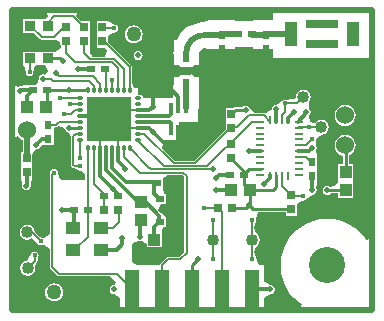
<source format=gtl>
%FSLAX25Y25*%
%MOIN*%
G70*
G01*
G75*
G04 Layer_Physical_Order=1*
G04 Layer_Color=2232046*
%ADD10C,0.02000*%
%ADD11R,0.05118X0.04134*%
%ADD12R,0.02756X0.03150*%
%ADD13R,0.01000X0.01000*%
%ADD14R,0.01575X0.03347*%
%ADD15R,0.03937X0.04331*%
%ADD16C,0.05000*%
%ADD17R,0.03543X0.03543*%
%ADD18R,0.03937X0.03937*%
%ADD19R,0.11024X0.02756*%
%ADD20R,0.03937X0.07874*%
%ADD21R,0.03150X0.02362*%
%ADD22R,0.02362X0.03150*%
%ADD23R,0.01000X0.01000*%
%ADD24R,0.03150X0.02756*%
%ADD25R,0.01969X0.01969*%
%ADD26R,0.01969X0.03937*%
%ADD27R,0.02658X0.00984*%
%ADD28R,0.00984X0.02658*%
%ADD29R,0.05000X0.12500*%
%ADD30O,0.01181X0.02559*%
%ADD31O,0.02559X0.01181*%
%ADD32R,0.14961X0.14961*%
%ADD33C,0.04000*%
%ADD34C,0.01200*%
%ADD35C,0.00500*%
%ADD36C,0.01000*%
%ADD37C,0.00800*%
%ADD38R,0.04500X0.04000*%
%ADD39R,0.05000X0.04000*%
%ADD40R,0.03000X0.05000*%
%ADD41R,0.06000X0.03000*%
%ADD42R,0.09000X0.04000*%
%ADD43R,0.04000X0.01000*%
%ADD44R,0.01000X0.04000*%
%ADD45R,0.03543X0.02598*%
%ADD46C,0.12000*%
%ADD47C,0.06000*%
%ADD48C,0.01600*%
%ADD49C,0.02000*%
%ADD50C,0.02598*%
G36*
X56130Y81179D02*
X56228D01*
Y78620D01*
X56130D01*
X55441Y77931D01*
Y81868D01*
X56130Y81179D01*
D02*
G37*
G36*
X60559Y77931D02*
X59870Y78620D01*
X59772D01*
Y81179D01*
X59870D01*
X60559Y81868D01*
Y77931D01*
D02*
G37*
G36*
X56243Y45035D02*
X56783Y45035D01*
X57283Y44535D01*
X57435Y44383D01*
Y44175D01*
Y19725D01*
Y19517D01*
X57288Y19369D01*
X55831Y17912D01*
X55683Y17765D01*
X55467D01*
X52414D01*
X52000D01*
X52000D01*
X52000Y17765D01*
X52000D01*
X51846Y17734D01*
X51707Y17706D01*
D01*
X51707Y17706D01*
X51590Y17628D01*
X51459Y17541D01*
X51459Y17541D01*
X51021Y17102D01*
X49459Y15541D01*
X49294Y15293D01*
Y15293D01*
X49235Y15000D01*
X49081Y15000D01*
X41586D01*
X40000Y16000D01*
Y22144D01*
X40161Y22289D01*
X41897Y23079D01*
X42000Y23070D01*
X42500Y22971D01*
X42882Y23047D01*
X43296Y22964D01*
X44882Y22039D01*
Y21032D01*
X49819D01*
Y25969D01*
X49819Y25969D01*
X50180Y27819D01*
X51213D01*
Y29181D01*
X51213Y31181D01*
Y31181D01*
X51213D01*
X51213Y31181D01*
X49709Y32377D01*
X49708Y32378D01*
X48767Y33319D01*
X49596Y35319D01*
X51213D01*
Y38681D01*
X50955D01*
X50703Y39022D01*
X50213Y40819D01*
X50213D01*
Y44181D01*
X51859Y45035D01*
X56243D01*
D02*
G37*
G36*
X15203Y61321D02*
X16772Y60999D01*
X17235Y60822D01*
X17854Y60065D01*
X17854Y60065D01*
X17933Y59946D01*
X18019Y59819D01*
X18434Y59541D01*
X19259Y58796D01*
X19635Y57438D01*
Y57204D01*
X19635Y48753D01*
Y48545D01*
D01*
X19635Y48400D01*
Y48400D01*
X19635Y48400D01*
Y48400D01*
X19660Y48274D01*
X19667Y48239D01*
X19672Y48215D01*
X19672Y48215D01*
X19686Y48143D01*
X19691Y48122D01*
X19693Y48107D01*
X19693D01*
X19693Y48107D01*
X19820Y47918D01*
X19859Y47859D01*
X19859Y47859D01*
X20113Y47605D01*
X20182Y47536D01*
X20259Y47459D01*
X20259Y47459D01*
Y47459D01*
X20259Y47459D01*
X20259Y47459D01*
X20361Y47391D01*
X20365Y47389D01*
X20365Y47388D01*
X20484Y47309D01*
X20504Y47296D01*
X20504Y47296D01*
X20507Y47294D01*
X20507Y47293D01*
X21213Y47049D01*
X21982Y46783D01*
D01*
X21982Y46782D01*
X21993Y46775D01*
X21993Y46775D01*
D01*
X21994Y46775D01*
X22002Y46774D01*
X23664Y46015D01*
X24017Y45815D01*
X24348Y45500D01*
X24187Y43500D01*
X16249D01*
X16189Y43562D01*
X15664Y44503D01*
X15244Y46210D01*
X15243Y46213D01*
X15243Y46214D01*
X15243Y46214D01*
X15243Y46214D01*
Y46214D01*
X15241Y46227D01*
X15240Y46230D01*
X15240Y46231D01*
X15240Y46231D01*
D01*
X15231Y46278D01*
X15228Y46291D01*
X15227Y46294D01*
X15227Y46294D01*
X15227Y46294D01*
X15227Y46295D01*
X15226Y46300D01*
X15226Y46302D01*
X15226Y46302D01*
X15225Y46304D01*
X15225Y46305D01*
X15225Y46305D01*
X15225D01*
Y46305D01*
Y46305D01*
X15225Y46305D01*
Y46305D01*
Y46305D01*
X15225D01*
X15225Y46305D01*
X15225Y46306D01*
X15225Y46306D01*
X15225Y46307D01*
X15225Y46307D01*
X15225Y46307D01*
X15225Y46307D01*
Y46307D01*
X15225D01*
X15224Y46308D01*
X15224Y46308D01*
X15224D01*
X15184Y46368D01*
X15152Y46415D01*
X15137Y46439D01*
X15137Y46439D01*
X15005Y46636D01*
X15003Y46639D01*
D01*
X14941Y46731D01*
X14940Y46733D01*
D01*
X14940Y46733D01*
X14939Y46735D01*
X14937Y46737D01*
X14937Y46737D01*
X14937D01*
Y46737D01*
X14937D01*
X14937Y46737D01*
X14937Y46738D01*
X14937D01*
X14882Y46775D01*
X14812Y46821D01*
X14806Y46825D01*
X14806D01*
X14609Y46957D01*
X14605Y46959D01*
X14605D01*
X14513Y47021D01*
X14512Y47022D01*
Y47022D01*
X14512Y47022D01*
X14511Y47022D01*
X14509Y47023D01*
X14507Y47025D01*
X14507Y47025D01*
X14507D01*
X14501Y47026D01*
X14501Y47026D01*
X14497Y47027D01*
X14497D01*
X14496Y47027D01*
X14496Y47027D01*
X14496D01*
X14496D01*
X14494Y47027D01*
X14494Y47027D01*
X14494Y47027D01*
X14494Y47027D01*
X14203Y47085D01*
X14190Y47088D01*
D01*
X14007Y47124D01*
X14003Y47125D01*
X14003D01*
X14003Y47125D01*
X14003Y47125D01*
X14002Y47125D01*
X14002D01*
D01*
X14002Y47125D01*
X14001Y47125D01*
X14000Y47126D01*
X14000D01*
X14000Y47126D01*
D01*
X14000D01*
Y47126D01*
X14000D01*
X14000Y47126D01*
X13999Y47125D01*
X13998Y47125D01*
X13998Y47125D01*
X13998D01*
X13998D01*
X13998Y47125D01*
X13998D01*
X13998D01*
D01*
X13997Y47125D01*
X13995Y47124D01*
X13994Y47124D01*
X13992Y47124D01*
D01*
X13992Y47124D01*
X13991Y47124D01*
X13989Y47123D01*
X13989Y47123D01*
X13988Y47123D01*
X13988Y47123D01*
X13988Y47123D01*
X13987Y47123D01*
X13987Y47123D01*
D01*
X13982Y47122D01*
X13945Y47115D01*
X13907Y47107D01*
X13905Y47107D01*
X13897Y47105D01*
X13889Y47104D01*
X13887Y47103D01*
X13876Y47101D01*
X13863Y47098D01*
X13855Y47097D01*
X13802Y47086D01*
X13745Y47075D01*
X13734Y47073D01*
X13672Y47060D01*
X13599Y47046D01*
X13598Y47046D01*
X13595Y47045D01*
X13591Y47044D01*
X13585Y47043D01*
X13546Y47035D01*
X13498Y47026D01*
X13497Y47025D01*
X13495Y47025D01*
X13493Y47025D01*
Y47025D01*
X13493Y47025D01*
X13492Y47024D01*
X13491Y47023D01*
X13490Y47023D01*
X13489Y47022D01*
X13489D01*
X13489Y47022D01*
X13488Y47022D01*
X13487Y47021D01*
X13485Y47019D01*
X13484Y47019D01*
X13482Y47018D01*
X13482Y47018D01*
D01*
X13482Y47017D01*
X13482D01*
X13482D01*
X13482Y47017D01*
X13482Y47017D01*
X13482Y47017D01*
D01*
X13477Y47014D01*
X13434Y46985D01*
X13223Y46845D01*
X13223D01*
X13063Y46737D01*
X13063Y46737D01*
X13063Y46737D01*
X13063Y46737D01*
X13062Y46737D01*
X13062Y46736D01*
X13062Y46736D01*
X13062D01*
X13062Y46736D01*
X13061Y46735D01*
X13060Y46733D01*
X13058Y46729D01*
X13057Y46729D01*
X13057D01*
X13057Y46728D01*
X13055Y46726D01*
X13055D01*
D01*
X13055Y46726D01*
X13055Y46726D01*
X13055Y46726D01*
X13055D01*
X13052Y46721D01*
X13023Y46678D01*
X12883Y46468D01*
X12883Y46468D01*
X12775Y46307D01*
X12775Y46307D01*
Y46307D01*
Y46307D01*
X12775Y46307D01*
X12775Y46306D01*
X12775Y46306D01*
X12775Y46306D01*
Y46306D01*
X12775Y46306D01*
X12775Y46303D01*
X12773Y46296D01*
X12773Y46295D01*
D01*
X12773Y46294D01*
Y46294D01*
X12773Y46294D01*
X12773Y46294D01*
X12772Y46292D01*
X12716Y46006D01*
X12716Y46006D01*
X12715Y46006D01*
X12696Y45907D01*
X12675Y45800D01*
X12675Y45800D01*
Y45800D01*
X12675Y45800D01*
Y45800D01*
Y45800D01*
D01*
X12652Y45684D01*
X12648Y45667D01*
X12594Y45393D01*
X12592Y45386D01*
X12569Y45270D01*
X12569Y45270D01*
X12564Y45247D01*
X12535Y45100D01*
X12535Y44542D01*
X12535Y44542D01*
X12535Y44393D01*
Y25386D01*
X10535Y24130D01*
X9995Y24227D01*
X9994Y24227D01*
X8393Y25189D01*
X8312Y25269D01*
X7885Y25697D01*
X7541Y26041D01*
X7504Y26227D01*
X7355Y26976D01*
X6802Y27802D01*
X5976Y28355D01*
X5000Y28549D01*
X4025Y28355D01*
X3198Y27802D01*
X2645Y26976D01*
X2451Y26000D01*
X2645Y25025D01*
X3198Y24198D01*
X4025Y23645D01*
X5000Y23451D01*
X5976Y23645D01*
X6487Y23987D01*
X6805Y23791D01*
X7735Y22977D01*
X8556Y22074D01*
X8557Y22071D01*
X8562Y22064D01*
X8563Y22063D01*
X8723Y21956D01*
X8982Y21783D01*
X8982Y21783D01*
X8982Y21782D01*
X8984Y21781D01*
X8992Y21776D01*
X8993Y21775D01*
X8993D01*
X8998Y21774D01*
X9091Y21756D01*
X9240Y21726D01*
X9389Y21697D01*
X9407Y21693D01*
X9487Y21677D01*
X9487D01*
X9488Y21677D01*
X9489Y21677D01*
X9493Y21676D01*
X9497Y21675D01*
X9498Y21675D01*
X9500Y21675D01*
X9500D01*
X9500D01*
X9500Y21675D01*
X9732Y21721D01*
X9994Y21773D01*
D01*
X9995Y21773D01*
X10482Y21861D01*
X10535Y21870D01*
X12535Y20570D01*
Y15005D01*
Y14500D01*
Y14500D01*
X12566Y14346D01*
X12594Y14207D01*
D01*
X12594Y14207D01*
X12672Y14090D01*
X12759Y13959D01*
X12759Y13959D01*
X13112Y13607D01*
X14707Y12012D01*
X15059Y11659D01*
X15059Y11659D01*
X15190Y11572D01*
X15307Y11494D01*
X15307D01*
D01*
X15446Y11466D01*
X15600Y11435D01*
X15600D01*
X16079D01*
X32484D01*
X32483D01*
X32730D01*
X34466Y9543D01*
X34476Y9435D01*
X34385Y8767D01*
X34355Y8735D01*
X34000Y8529D01*
X33710Y8472D01*
X33710D01*
X33415Y8413D01*
X33415Y8413D01*
X33169Y8248D01*
D01*
X32919Y8081D01*
Y8081D01*
X32587Y7585D01*
X32471Y7000D01*
X32471Y7000D01*
X32529Y6705D01*
Y6705D01*
X32587Y6415D01*
X32587Y6415D01*
X32754Y6165D01*
D01*
X32919Y5919D01*
X32919Y5918D01*
X33415Y5587D01*
X33415Y5587D01*
X33621Y5546D01*
X34000Y5471D01*
X35595Y4545D01*
X36000Y4127D01*
Y0D01*
X34000Y-0D01*
X-0D01*
Y57604D01*
X1801Y58179D01*
X2000Y58160D01*
X2504Y57504D01*
X3235Y56943D01*
X3471Y56845D01*
Y52937D01*
X3022D01*
Y50213D01*
X3022Y48787D01*
Y48500D01*
Y48213D01*
X3022Y46787D01*
Y44063D01*
X3022Y44063D01*
X3262Y42365D01*
X3263Y42063D01*
X3212Y41806D01*
X3171Y41600D01*
X3171Y41600D01*
X3287Y41015D01*
X3287Y41015D01*
X3619Y40519D01*
X3744Y40435D01*
X3865Y40354D01*
X3865D01*
X3870Y40350D01*
X4115Y40187D01*
X4115D01*
X4115D01*
X4338Y40143D01*
X4590Y40092D01*
X4635Y40084D01*
X4680Y40075D01*
X4700Y40071D01*
X4700D01*
X4700Y40071D01*
X4700D01*
X4700D01*
X5047Y40140D01*
X5285Y40187D01*
X5285D01*
X5319Y40209D01*
X5403Y40266D01*
X5531Y40352D01*
X5531D01*
X5531D01*
X5532Y40352D01*
X5533Y40353D01*
X5536Y40354D01*
X5541Y40358D01*
X5782Y40519D01*
Y40519D01*
X5782Y40519D01*
X6113Y41015D01*
X6113Y41015D01*
X6113Y41015D01*
X6229Y41600D01*
X6229Y41600D01*
X6229Y41600D01*
X6137Y42063D01*
X6137Y42063D01*
Y42063D01*
X6137Y42101D01*
Y42101D01*
X6138Y42260D01*
X6742Y44063D01*
X6778D01*
Y46787D01*
X6778Y48213D01*
Y48500D01*
Y48787D01*
X6778Y50213D01*
Y51923D01*
X7744Y53427D01*
X8430Y53776D01*
X8485Y53787D01*
X8847Y54029D01*
X10419Y55063D01*
Y55063D01*
X13781D01*
Y57787D01*
X13781Y59213D01*
X14024Y60860D01*
X14458Y61098D01*
X14662D01*
X14662D01*
X14803Y61125D01*
X14955Y61156D01*
D01*
X14955Y61156D01*
X15067Y61231D01*
X15203Y61322D01*
X15203Y61321D01*
D02*
G37*
G36*
X87000Y100000D02*
Y96637D01*
X80119D01*
Y96381D01*
X74381D01*
Y96637D01*
X67619D01*
X65619Y96637D01*
D01*
X65619D01*
X63838Y96219D01*
X63796Y96209D01*
X62904Y96092D01*
X62427Y95894D01*
X62001Y95852D01*
X60078Y95269D01*
X58306Y94322D01*
X56753Y93047D01*
X55478Y91494D01*
X54786Y90200D01*
X53800D01*
Y86301D01*
X53751Y85800D01*
X53764D01*
X53800Y85525D01*
Y79800D01*
Y75275D01*
X53764Y75000D01*
Y70690D01*
X43845D01*
X43760Y71115D01*
X43519Y71476D01*
X43159Y71717D01*
X42733Y71802D01*
X42000D01*
Y73828D01*
X42000D01*
Y73828D01*
D01*
X42000Y73885D01*
Y74000D01*
Y74000D01*
X42000D01*
X40961Y74269D01*
X40961Y74269D01*
X40258Y74451D01*
X40258Y74451D01*
X40258Y74452D01*
X39955Y76326D01*
Y80532D01*
Y81000D01*
Y81000D01*
X39924Y81154D01*
X39896Y81293D01*
D01*
X39896Y81293D01*
X39818Y81410D01*
X39731Y81541D01*
X39731Y81541D01*
X39731D01*
X39731Y81541D01*
X39348Y81924D01*
X35843Y85429D01*
X34429Y86843D01*
X34423Y86849D01*
X34391Y86880D01*
X34320Y86951D01*
X34097Y87174D01*
X33933Y87338D01*
X33024Y88248D01*
X33014Y88257D01*
X32600Y88671D01*
X32600Y88671D01*
X32450Y88821D01*
X32450D01*
X32378Y88894D01*
D01*
X32259Y89012D01*
X32259Y89012D01*
X32242Y89029D01*
X31878Y89393D01*
Y89395D01*
X31878Y89425D01*
Y89425D01*
Y90287D01*
X31878Y91510D01*
X32719Y92230D01*
X34494Y92773D01*
X34495Y92773D01*
D01*
X34497Y92773D01*
X34502Y92774D01*
X34506Y92775D01*
Y92775D01*
X34507Y92775D01*
X34507Y92775D01*
X34507Y92775D01*
X34668Y92883D01*
X34668Y92883D01*
X34862Y93013D01*
X34926Y93055D01*
X34926Y93055D01*
Y93055D01*
X34926Y93055D01*
X34926Y93055D01*
X34926Y93055D01*
Y93055D01*
X34928Y93056D01*
X34929Y93057D01*
Y93057D01*
X34930Y93058D01*
X34933Y93059D01*
X34935Y93061D01*
X34937Y93063D01*
X34937Y93063D01*
Y93063D01*
X34937D01*
Y93063D01*
X34937Y93063D01*
X34938Y93063D01*
Y93063D01*
X34984Y93132D01*
X34997Y93152D01*
X35025Y93194D01*
Y93194D01*
X35157Y93391D01*
X35159Y93395D01*
Y93395D01*
X35220Y93486D01*
X35222Y93488D01*
X35222D01*
X35222Y93488D01*
X35222Y93489D01*
X35223Y93491D01*
X35225Y93493D01*
X35225Y93493D01*
X35225Y93493D01*
X35226Y93499D01*
X35226Y93499D01*
X35227Y93503D01*
Y93503D01*
X35227Y93504D01*
Y93504D01*
Y93504D01*
X35227Y93504D01*
Y93505D01*
D01*
X35227Y93506D01*
X35227Y93506D01*
X35227Y93506D01*
X35285Y93797D01*
X35288Y93810D01*
Y93810D01*
X35323Y93989D01*
X35325Y93997D01*
Y93997D01*
X35325Y93998D01*
X35325Y93998D01*
D01*
X35325Y93998D01*
X35325Y93998D01*
X35325Y93998D01*
X35326Y94000D01*
X35326Y94000D01*
D01*
Y94000D01*
D01*
Y94000D01*
X35326Y94000D01*
X35323Y94011D01*
X35279Y94232D01*
X35279Y94232D01*
X35227Y94494D01*
X35227Y94494D01*
X35227Y94494D01*
X35227Y94495D01*
Y94496D01*
Y94496D01*
X35227Y94496D01*
Y94496D01*
Y94496D01*
X35227Y94497D01*
X35225Y94507D01*
Y94507D01*
Y94507D01*
X35225Y94507D01*
X35224Y94508D01*
X35224Y94508D01*
Y94508D01*
X35223Y94510D01*
X35137Y94639D01*
Y94639D01*
X35134Y94642D01*
X35003Y94839D01*
Y94839D01*
X34965Y94896D01*
X34940Y94933D01*
Y94933D01*
X34937Y94937D01*
Y94937D01*
Y94937D01*
D01*
X34937Y94937D01*
X34936Y94938D01*
X34935Y94939D01*
X34933Y94940D01*
X34932Y94941D01*
Y94941D01*
X34932Y94941D01*
X34931Y94941D01*
X34930Y94942D01*
X34929Y94943D01*
X34928Y94943D01*
D01*
X34928Y94944D01*
X34926Y94945D01*
Y94945D01*
D01*
X34926Y94945D01*
X34926Y94945D01*
X34926Y94945D01*
Y94945D01*
X34921Y94948D01*
X34878Y94977D01*
X34668Y95117D01*
X34668Y95117D01*
X34507Y95225D01*
X34507Y95225D01*
X34507Y95225D01*
X34507D01*
X34507Y95225D01*
X34506Y95225D01*
X34506Y95225D01*
X34506Y95225D01*
X34506D01*
X34506Y95225D01*
X34503Y95225D01*
X34496Y95227D01*
X34495Y95227D01*
D01*
X34494Y95227D01*
X33531Y95599D01*
X33405Y95662D01*
X31878Y96437D01*
X31878D01*
X29878Y96437D01*
X28122D01*
Y93713D01*
X28122Y92287D01*
Y92000D01*
Y91713D01*
X28122Y90287D01*
Y87563D01*
X28880D01*
X30880Y87563D01*
X31695Y86552D01*
X30784Y84565D01*
X26976D01*
X26606Y84927D01*
X26039Y85630D01*
X25878Y87563D01*
X25878D01*
X25878Y87563D01*
Y90287D01*
X25878Y91713D01*
Y92000D01*
Y92287D01*
X25878Y93713D01*
Y96437D01*
X23593D01*
X23007Y96437D01*
X22941Y96503D01*
X21444Y98000D01*
X22208Y100000D01*
X87000D01*
X87000Y100000D01*
D02*
G37*
G36*
X11924Y98000D02*
X11332Y97234D01*
X10406Y97098D01*
X10272D01*
X9634Y97098D01*
X8953D01*
X8272D01*
X7634Y97098D01*
X3728D01*
Y92555D01*
X6720D01*
X7190Y92555D01*
X7356Y92389D01*
X8975Y90770D01*
X9286Y90459D01*
X9286Y90459D01*
X9417Y90372D01*
X9534Y90294D01*
X9534D01*
D01*
X9673Y90266D01*
X9827Y90235D01*
X9827D01*
X10325D01*
X13501D01*
X14000D01*
X14000D01*
X14122Y90260D01*
X14466Y90218D01*
X15311Y89852D01*
X15830Y89442D01*
X16122Y87563D01*
Y87563D01*
X14304Y86213D01*
X14177Y86272D01*
Y86272D01*
X10272D01*
X9634Y86272D01*
X8953D01*
X8272D01*
X7634Y86272D01*
X3728D01*
Y81728D01*
X3728Y81728D01*
X4186Y80745D01*
X4573Y78906D01*
X4573Y78906D01*
X4573Y78904D01*
X4574Y78902D01*
D01*
X4574Y78901D01*
X4575Y78896D01*
X4575Y78893D01*
D01*
X4575Y78893D01*
X4575Y78893D01*
X4639Y78798D01*
X4655Y78774D01*
X4695Y78714D01*
X4695D01*
X4791Y78571D01*
X4792Y78568D01*
X4792D01*
X4809Y78542D01*
X4810Y78542D01*
X4810D01*
X4820Y78527D01*
X4820Y78527D01*
D01*
X4855Y78475D01*
X4855Y78474D01*
X4855D01*
X4856Y78473D01*
X4857Y78472D01*
X4857Y78472D01*
X4857Y78471D01*
X4858Y78470D01*
D01*
X4859Y78469D01*
X4860Y78467D01*
X4861Y78465D01*
X4862Y78465D01*
D01*
X4862Y78465D01*
X4862Y78465D01*
X4862D01*
X4862Y78464D01*
X4862Y78464D01*
X4863Y78463D01*
X4863Y78463D01*
Y78463D01*
X4863D01*
Y78463D01*
X4863D01*
X4863Y78463D01*
X4863Y78462D01*
X4863D01*
X4919Y78426D01*
X4988Y78379D01*
X4994Y78375D01*
X4994D01*
X5191Y78243D01*
X5195Y78241D01*
X5195D01*
X5287Y78180D01*
X5288Y78178D01*
Y78178D01*
X5288Y78178D01*
X5289Y78178D01*
X5291Y78177D01*
X5293Y78175D01*
X5293Y78175D01*
X5293Y78175D01*
X5299Y78174D01*
X5299Y78174D01*
X5303Y78173D01*
X5303D01*
X5304Y78173D01*
X5304D01*
X5304D01*
X5304Y78173D01*
X5305D01*
D01*
X5306Y78173D01*
X5306Y78173D01*
X5306Y78173D01*
X5597Y78115D01*
X5610Y78112D01*
X5610D01*
X5788Y78077D01*
X5797Y78075D01*
X5797D01*
X5798Y78075D01*
X5798Y78075D01*
D01*
X5798Y78075D01*
X5798Y78075D01*
X5798Y78075D01*
X5800Y78075D01*
X5800Y78075D01*
D01*
X5800D01*
D01*
X5800Y78075D01*
X5928Y78100D01*
X6032Y78121D01*
X6032Y78121D01*
X6169Y78148D01*
X6294Y78173D01*
X6294Y78173D01*
X6295Y78173D01*
X6295Y78173D01*
X6296D01*
X6296Y78173D01*
X6297Y78173D01*
X6307Y78175D01*
X6307D01*
X6308Y78176D01*
X6308Y78176D01*
X6309Y78176D01*
X6312Y78178D01*
X6312Y78179D01*
D01*
X6313Y78179D01*
X6313Y78179D01*
X6313Y78180D01*
X6316Y78181D01*
X6316Y78181D01*
X6316D01*
X6316Y78181D01*
X6317Y78182D01*
X6318Y78182D01*
Y78182D01*
X6318Y78182D01*
X6318Y78183D01*
D01*
X6318D01*
X6318Y78183D01*
X6318D01*
X6318Y78183D01*
D01*
X6336Y78195D01*
X6368Y78216D01*
X6577Y78355D01*
X6577D01*
X6595Y78368D01*
X6737Y78463D01*
X6737Y78463D01*
X6737Y78463D01*
X6737Y78463D01*
X6738Y78463D01*
X6738Y78464D01*
X6738Y78464D01*
X6738D01*
X6738Y78464D01*
X6739Y78465D01*
X6740Y78467D01*
X6742Y78470D01*
X6743Y78471D01*
X6743D01*
X6743Y78472D01*
X6745Y78474D01*
X6745D01*
D01*
X6745Y78474D01*
X6745Y78474D01*
X6745Y78474D01*
X6745D01*
X6748Y78479D01*
X6777Y78522D01*
X6917Y78732D01*
X6917Y78732D01*
X7025Y78893D01*
X7025Y78893D01*
X7025Y78893D01*
Y78893D01*
X7025Y78893D01*
X7025Y78894D01*
X7025Y78894D01*
X7025Y78894D01*
Y78894D01*
X7025Y78894D01*
X7025Y78897D01*
X7027Y78904D01*
X7027Y78905D01*
D01*
X7027Y78906D01*
X7443Y80733D01*
X7947Y81728D01*
X8272D01*
X8953D01*
X9634D01*
X10272Y81728D01*
X10893D01*
X12035Y79807D01*
X10985Y78613D01*
X10695Y78671D01*
X10400Y78729D01*
X10400Y78729D01*
X10110Y78672D01*
X10110D01*
X9815Y78613D01*
X9815Y78613D01*
X9319Y78281D01*
X8987Y77785D01*
X8987Y77785D01*
X8928Y77490D01*
X8871Y77200D01*
X8871Y77200D01*
X8914Y76980D01*
X8183Y75597D01*
X7695Y74981D01*
X7487D01*
X4763D01*
X4763Y74981D01*
X2763Y74697D01*
X2600Y74729D01*
X2015Y74613D01*
X2000Y74603D01*
X360Y75203D01*
X-0Y75489D01*
Y100000D01*
X10942D01*
X11924Y98000D01*
D02*
G37*
G36*
X80119Y87087D02*
X87000D01*
Y84000D01*
X120000D01*
X120000Y84000D01*
Y24015D01*
X118000Y23451D01*
X117578Y24139D01*
X115994Y25994D01*
X114139Y27578D01*
X112059Y28853D01*
X109805Y29787D01*
X107432Y30356D01*
X105000Y30548D01*
X102568Y30356D01*
X100195Y29787D01*
X97941Y28853D01*
X95861Y27578D01*
X94006Y25994D01*
X92422Y24139D01*
X91147Y22059D01*
X90213Y19805D01*
X89644Y17432D01*
X89452Y15000D01*
X89644Y12568D01*
X90213Y10195D01*
X91147Y7941D01*
X92422Y5861D01*
X94006Y4006D01*
X95861Y2421D01*
X96549Y2000D01*
X95985Y-0D01*
X86000D01*
X84000Y0D01*
Y4127D01*
X84405Y4545D01*
X85627Y5254D01*
X86017Y5474D01*
X86290Y5528D01*
X86585Y5587D01*
X86585Y5587D01*
X86585Y5587D01*
X86831Y5751D01*
D01*
X87081Y5918D01*
X87081D01*
X87081D01*
X87081Y5919D01*
X87212Y6114D01*
X87232Y6144D01*
Y6144D01*
X87248Y6168D01*
Y6168D01*
X87308Y6258D01*
X87329Y6289D01*
Y6289D01*
X87413Y6415D01*
X87413Y6415D01*
Y6415D01*
X87467Y6689D01*
X87467Y6689D01*
X87471Y6705D01*
X87516Y6933D01*
X87529Y7000D01*
X87516Y7067D01*
X87471Y7295D01*
X87467Y7311D01*
X87467Y7311D01*
X87413Y7585D01*
X87413Y7585D01*
X87413D01*
X87329Y7711D01*
Y7711D01*
X87305Y7747D01*
X87248Y7831D01*
Y7831D01*
X87232Y7856D01*
D01*
X87213Y7884D01*
X87081Y8081D01*
X87081Y8082D01*
X87081D01*
X87081Y8082D01*
X86831Y8248D01*
Y8248D01*
X86585Y8413D01*
X86585Y8413D01*
X86585Y8413D01*
X86290Y8472D01*
X86017Y8526D01*
X85627Y8746D01*
X84405Y9455D01*
X84000Y9873D01*
Y15000D01*
X82632D01*
X82179Y15480D01*
X81981Y15834D01*
X81226Y17498D01*
X81225Y17505D01*
X81225Y17507D01*
D01*
X81225Y17507D01*
X81217Y17518D01*
X81217Y17518D01*
X80935Y18648D01*
X80765Y19440D01*
X81165Y21272D01*
X81165D01*
X81165Y21272D01*
X81802Y21698D01*
X82355Y22524D01*
X82355Y22524D01*
X82402Y22760D01*
X82549Y23500D01*
X82402Y24240D01*
X82355Y24475D01*
X82355Y24475D01*
X81802Y25302D01*
X81165Y25728D01*
Y25728D01*
X81165D01*
X80765Y27560D01*
X80935Y28352D01*
X81217Y29482D01*
X81217Y29482D01*
X81224Y29492D01*
X81225Y29493D01*
Y29493D01*
X81225Y29494D01*
X81272Y29732D01*
X81323Y29987D01*
Y29987D01*
X81323Y29987D01*
X81324Y29993D01*
X81326Y30000D01*
X81288Y30189D01*
X81282Y30218D01*
X81337Y30838D01*
X81852Y32355D01*
X82021Y32618D01*
X91122D01*
Y31563D01*
X94878D01*
Y35510D01*
X95719Y36230D01*
X97494Y36773D01*
X97494D01*
X97495Y36773D01*
X97506Y36775D01*
X97507Y36775D01*
X97668Y36883D01*
X97926Y37055D01*
X97926Y37056D01*
X97929Y37057D01*
X97937Y37063D01*
X97937Y37063D01*
X97939Y37065D01*
X98472Y37479D01*
X99407Y38198D01*
X100198Y38506D01*
X100261Y38522D01*
X100261Y38522D01*
X100290Y38528D01*
X100290D01*
X100522Y38574D01*
D01*
X100585Y38587D01*
X100585Y38587D01*
X100710Y38670D01*
X100831Y38752D01*
X100871Y38778D01*
X100900Y38798D01*
Y38798D01*
X101082Y38919D01*
X101082Y38919D01*
X101413Y39415D01*
X101413Y39415D01*
X101529Y40000D01*
X101529Y40000D01*
X101471Y40295D01*
X101429Y40504D01*
X101413Y40585D01*
X101413Y40585D01*
X101413Y40585D01*
X101681Y42563D01*
X101681D01*
X101681Y42563D01*
Y45287D01*
X101681Y46713D01*
Y47000D01*
Y47287D01*
X101681Y48713D01*
Y49437D01*
X101681Y51437D01*
X101681Y51437D01*
X101424Y53331D01*
Y53331D01*
X101413Y53415D01*
X101529Y54000D01*
X101472Y54290D01*
X101413Y54585D01*
X101225Y56493D01*
X101306Y56904D01*
X101361Y57036D01*
X102569Y58270D01*
X102918Y58467D01*
X103000Y58451D01*
X103975Y58645D01*
X104802Y59198D01*
X105355Y60024D01*
X105549Y61000D01*
X105355Y61976D01*
X104802Y62802D01*
X103975Y63355D01*
X103000Y63549D01*
X102024Y63355D01*
X101198Y62802D01*
X100834Y62553D01*
X99430Y62871D01*
X99081Y64919D01*
X99413Y65415D01*
X99529Y66000D01*
X99529Y66000D01*
X99471Y66295D01*
Y66295D01*
X99413Y66585D01*
X99081Y67081D01*
X98842Y68895D01*
X98927Y69384D01*
X99355Y70025D01*
X99549Y71000D01*
X99355Y71975D01*
X98802Y72802D01*
X97975Y73355D01*
X97000Y73549D01*
X96025Y73355D01*
X95198Y72802D01*
X94645Y71975D01*
X94451Y71000D01*
X93782Y70539D01*
X93077Y70304D01*
X91518Y70217D01*
X91518Y70218D01*
X91518D01*
X91508Y70224D01*
X91508D01*
X91507Y70225D01*
X91507Y70225D01*
X91506Y70225D01*
X91280Y70270D01*
X91110Y70304D01*
X91013Y70323D01*
X91013D01*
X91013Y70323D01*
X91007Y70324D01*
X91003Y70325D01*
X91000Y70325D01*
X90811Y70288D01*
X90506Y70227D01*
D01*
X90503Y70227D01*
X90494Y70225D01*
X90493Y70225D01*
X90332Y70117D01*
X90074Y69945D01*
X90074Y69945D01*
X90073Y69944D01*
X90071Y69943D01*
X90063Y69937D01*
X90063D01*
X90063Y69937D01*
X90060Y69933D01*
X89773Y69694D01*
X88563Y68700D01*
X87739Y68477D01*
X87739Y68477D01*
X87415Y68413D01*
X87290Y68330D01*
X87169Y68248D01*
D01*
X87164Y68246D01*
X86918Y68081D01*
Y68081D01*
X86587Y67585D01*
X86587Y67585D01*
X86486Y67079D01*
X86246Y66667D01*
X85685Y66285D01*
X84655Y65871D01*
X83954Y65765D01*
X83954D01*
X81954Y65765D01*
X81151D01*
X80400Y66225D01*
X79096Y67686D01*
X79096Y67686D01*
X79096Y67686D01*
X79018Y67803D01*
X79018D01*
X78932Y67932D01*
X78932D01*
X78436Y68263D01*
X78436Y68263D01*
X78436Y68263D01*
X77850Y68380D01*
X77850Y68380D01*
X77645Y68339D01*
X77265Y68263D01*
X77265Y68263D01*
X77015Y68096D01*
D01*
X76769Y67932D01*
X76769D01*
X76728Y67870D01*
X74488D01*
X74098Y67792D01*
X73767Y67571D01*
X73633Y67437D01*
X71122D01*
Y63287D01*
X71122D01*
Y62713D01*
X71122D01*
Y60203D01*
X60683Y49765D01*
X54217D01*
X49829Y54152D01*
X50595Y56000D01*
X55500D01*
Y62727D01*
X61987D01*
Y66251D01*
X62092Y66504D01*
X62236Y67600D01*
Y75000D01*
X62200Y75275D01*
Y79800D01*
Y83815D01*
X62236Y85800D01*
X62914Y86886D01*
X63838Y87462D01*
X65619Y87087D01*
Y87087D01*
X74381D01*
Y87619D01*
X80119D01*
Y87087D01*
D02*
G37*
%LPC*%
G36*
X42000Y86529D02*
X41415Y86413D01*
X40919Y86081D01*
X40587Y85585D01*
X40471Y85000D01*
X40587Y84415D01*
X40919Y83919D01*
X41415Y83587D01*
X42000Y83471D01*
X42585Y83587D01*
X43081Y83919D01*
X43413Y84415D01*
X43529Y85000D01*
X43413Y85585D01*
X43081Y86081D01*
X42585Y86413D01*
X42000Y86529D01*
D02*
G37*
G36*
X14000Y9026D02*
X13217Y8923D01*
X12487Y8620D01*
X11860Y8140D01*
X11379Y7513D01*
X11077Y6783D01*
X10974Y6000D01*
X11077Y5217D01*
X11379Y4487D01*
X11860Y3860D01*
X12487Y3379D01*
X13217Y3077D01*
X14000Y2974D01*
X14783Y3077D01*
X15513Y3379D01*
X16140Y3860D01*
X16621Y4487D01*
X16923Y5217D01*
X17026Y6000D01*
X16923Y6783D01*
X16621Y7513D01*
X16140Y8140D01*
X15513Y8620D01*
X14783Y8923D01*
X14000Y9026D01*
D02*
G37*
G36*
X7500Y19625D02*
X7500D01*
X7500Y19625D01*
X7495Y19624D01*
X7240Y19574D01*
X7240D01*
X7006Y19527D01*
X7006Y19527D01*
X7006Y19527D01*
X7006Y19527D01*
X7005Y19527D01*
X7005D01*
X7004D01*
X7004Y19527D01*
X7004Y19527D01*
X7004D01*
X7004Y19527D01*
X7004Y19527D01*
X7003Y19527D01*
X6993Y19525D01*
X6993D01*
X6993D01*
X6993Y19524D01*
X6992Y19524D01*
X6992Y19524D01*
X6992D01*
X6990Y19523D01*
X6861Y19437D01*
X6861D01*
X6858Y19434D01*
X6661Y19303D01*
X6661D01*
X6606Y19266D01*
X6567Y19240D01*
X6567D01*
X6563Y19237D01*
X6563D01*
D01*
X6563Y19237D01*
X6562Y19236D01*
X6561Y19235D01*
X6560Y19233D01*
X6559Y19232D01*
X6559D01*
X6559Y19232D01*
X6559Y19231D01*
X6558Y19230D01*
X6557Y19229D01*
X6557Y19228D01*
D01*
X6556Y19228D01*
X6555Y19226D01*
X6555D01*
X6555Y19226D01*
X6555Y19226D01*
X6555Y19226D01*
X6555D01*
X6552Y19221D01*
X6523Y19178D01*
X6383Y18968D01*
X6383D01*
X6275Y18807D01*
X6275Y18807D01*
Y18807D01*
X6275Y18807D01*
X6275Y18806D01*
X6275Y18806D01*
X6275Y18806D01*
X6275Y18806D01*
X6274Y18803D01*
X6273Y18796D01*
X6273Y18795D01*
Y18795D01*
X6273Y18794D01*
X5402Y17155D01*
X5142Y16797D01*
X4760Y16461D01*
X4225Y16355D01*
X3398Y15802D01*
X2845Y14976D01*
X2651Y14000D01*
X2845Y13025D01*
X3398Y12198D01*
X4225Y11645D01*
X5200Y11451D01*
X6176Y11645D01*
X7002Y12198D01*
X7555Y13025D01*
X7749Y14000D01*
X7599Y14751D01*
X7555Y14975D01*
Y14976D01*
X7457Y15176D01*
X7555Y15273D01*
X7784Y15503D01*
X8041Y15759D01*
X8041Y15759D01*
X8119Y15876D01*
X8141Y15909D01*
X8207Y16007D01*
X8207Y16007D01*
X8207D01*
Y16007D01*
X8451Y16857D01*
X8717Y17782D01*
D01*
X8717Y17782D01*
Y17782D01*
X8717Y17782D01*
X8719Y17784D01*
X8720Y17786D01*
X8722Y17789D01*
X8724Y17792D01*
X8724Y17792D01*
Y17792D01*
X8724Y17792D01*
X8724Y17792D01*
X8724Y17792D01*
X8725Y17793D01*
X8725Y17793D01*
Y17793D01*
X8725Y17794D01*
X8725Y17794D01*
X8725Y17794D01*
Y17794D01*
X8749Y17918D01*
X8753Y17934D01*
X8767Y18009D01*
Y18009D01*
X8798Y18160D01*
X8798Y18163D01*
X8798D01*
X8801Y18177D01*
X8804Y18190D01*
X8804Y18190D01*
Y18190D01*
X8804Y18192D01*
X8814Y18243D01*
X8822Y18285D01*
X8823Y18287D01*
Y18287D01*
Y18287D01*
X8823Y18287D01*
X8823Y18287D01*
X8823D01*
X8824Y18291D01*
X8824Y18292D01*
D01*
X8824Y18293D01*
X8824Y18295D01*
X8825Y18298D01*
X8825Y18298D01*
Y18298D01*
X8825Y18298D01*
X8825Y18299D01*
X8826Y18300D01*
X8826Y18300D01*
X8826Y18300D01*
X8788Y18489D01*
X8788Y18489D01*
X8727Y18794D01*
Y18794D01*
Y18794D01*
X8727D01*
X8727Y18795D01*
X8727Y18796D01*
X8727Y18797D01*
X8727D01*
X8726Y18799D01*
X8726Y18803D01*
X8725Y18806D01*
X8725D01*
X8725Y18807D01*
X8725Y18807D01*
X8725Y18807D01*
X8617Y18968D01*
X8617D01*
X8487Y19162D01*
X8445Y19226D01*
X8445Y19226D01*
X8445D01*
X8445Y19226D01*
X8445Y19226D01*
X8445Y19226D01*
X8444D01*
X8444Y19227D01*
X8444Y19227D01*
X8444D01*
X8443Y19228D01*
X8443Y19229D01*
X8443D01*
X8442Y19230D01*
X8440Y19233D01*
X8439Y19235D01*
X8437Y19237D01*
X8437Y19237D01*
X8437Y19237D01*
X8437Y19237D01*
X8437Y19237D01*
X8437Y19238D01*
X8369Y19283D01*
X8368Y19284D01*
X8348Y19297D01*
X8306Y19325D01*
X8211Y19389D01*
X8109Y19457D01*
X8105Y19459D01*
X8062Y19488D01*
X8014Y19520D01*
X8012Y19522D01*
D01*
X8012D01*
X8011Y19522D01*
X8009Y19523D01*
X8007Y19524D01*
X8007Y19525D01*
D01*
X8007Y19525D01*
X8006Y19525D01*
X8005Y19525D01*
X8004Y19525D01*
X8001Y19526D01*
X8001Y19526D01*
X8000Y19526D01*
X8000Y19526D01*
X7999Y19526D01*
X7997Y19527D01*
X7997D01*
X7997Y19527D01*
X7997Y19527D01*
X7997Y19527D01*
X7997D01*
X7997Y19527D01*
X7997Y19527D01*
X7997Y19527D01*
X7996Y19527D01*
X7996D01*
X7996Y19527D01*
X7996Y19527D01*
X7996Y19527D01*
X7996Y19527D01*
X7996D01*
X7995Y19527D01*
X7995Y19527D01*
X7995Y19527D01*
X7995Y19527D01*
X7994Y19527D01*
X7994Y19527D01*
X7980Y19530D01*
X7923Y19541D01*
X7841Y19558D01*
X7714Y19583D01*
X7702Y19585D01*
X7693Y19587D01*
X7603Y19605D01*
X7512Y19623D01*
X7503Y19625D01*
X7503Y19625D01*
X7502Y19625D01*
X7502D01*
X7502D01*
X7502Y19625D01*
X7502Y19625D01*
X7501Y19625D01*
X7501Y19625D01*
X7500Y19625D01*
X7500Y19625D01*
D02*
G37*
G36*
X40500Y95026D02*
X39717Y94923D01*
X38987Y94621D01*
X38360Y94140D01*
X37879Y93513D01*
X37577Y92783D01*
X37474Y92000D01*
X37577Y91217D01*
X37879Y90487D01*
X38360Y89860D01*
X38987Y89380D01*
X39717Y89077D01*
X40500Y88974D01*
X41283Y89077D01*
X42013Y89380D01*
X42640Y89860D01*
X43121Y90487D01*
X43423Y91217D01*
X43526Y92000D01*
X43423Y92783D01*
X43121Y93513D01*
X42640Y94140D01*
X42013Y94621D01*
X41283Y94923D01*
X40500Y95026D01*
D02*
G37*
G36*
X111000Y68530D02*
X110086Y68410D01*
X109235Y68057D01*
X108504Y67496D01*
X107943Y66765D01*
X107590Y65914D01*
X107470Y65000D01*
X107590Y64086D01*
X107943Y63235D01*
X108504Y62504D01*
X109235Y61943D01*
X110086Y61590D01*
X111000Y61470D01*
X111914Y61590D01*
X112765Y61943D01*
X113496Y62504D01*
X114057Y63235D01*
X114410Y64086D01*
X114530Y65000D01*
X114410Y65914D01*
X114057Y66765D01*
X113496Y67496D01*
X112765Y68057D01*
X111914Y68410D01*
X111000Y68530D01*
D02*
G37*
G36*
Y58530D02*
X110086Y58410D01*
X109235Y58057D01*
X108504Y57496D01*
X107943Y56765D01*
X107590Y55914D01*
X107470Y55000D01*
X107590Y54086D01*
X107943Y53235D01*
X108504Y52504D01*
X109235Y51943D01*
X110086Y51590D01*
X110180Y51578D01*
Y48618D01*
X108731D01*
Y44713D01*
X108731Y43287D01*
Y43020D01*
X108724Y42706D01*
X107831Y41905D01*
X106081Y41082D01*
X106081Y41082D01*
X105835Y41246D01*
X105835D01*
X105585Y41413D01*
X105585Y41413D01*
X105295Y41471D01*
X105000Y41529D01*
X105000Y41529D01*
X105000Y41529D01*
X104734Y41477D01*
X104415Y41413D01*
X104415D01*
X104190Y41263D01*
X104190D01*
X104168Y41248D01*
X104165Y41246D01*
X104165Y41246D01*
X104117Y41214D01*
X104117Y41214D01*
X104047Y41167D01*
Y41167D01*
X103919Y41082D01*
X103919D01*
X103919Y41082D01*
X103753Y40833D01*
X103730Y40799D01*
Y40799D01*
X103587Y40585D01*
X103529Y40292D01*
X103518Y40239D01*
X103518Y40239D01*
X103471Y40000D01*
D01*
Y40000D01*
X103507Y39817D01*
Y39817D01*
X103528Y39713D01*
X103587Y39415D01*
D01*
X103587Y39415D01*
X103587Y39415D01*
X103752Y39169D01*
X103919Y38919D01*
Y38919D01*
X104047Y38833D01*
Y38833D01*
X104165Y38754D01*
Y38754D01*
X104167Y38753D01*
X104169Y38751D01*
X104169D01*
X104415Y38587D01*
X104415Y38587D01*
X104710Y38528D01*
X105000Y38471D01*
X105000Y38471D01*
X105000Y38471D01*
X105295Y38529D01*
X105585Y38587D01*
X105585Y38587D01*
X105835Y38754D01*
X105835D01*
X106081Y38919D01*
X106081Y38919D01*
X106123Y38980D01*
X108731D01*
Y37382D01*
X113669D01*
Y41287D01*
X113669Y42713D01*
Y43000D01*
Y43287D01*
X113669Y44713D01*
Y48618D01*
X112220D01*
Y51717D01*
X112765Y51943D01*
X113496Y52504D01*
X114057Y53235D01*
X114410Y54086D01*
X114530Y55000D01*
X114410Y55914D01*
X114057Y56765D01*
X113496Y57496D01*
X112765Y58057D01*
X111914Y58410D01*
X111000Y58530D01*
D02*
G37*
%LPD*%
D10*
X64000Y91800D02*
G03*
X58000Y85800I0J-6000D01*
G01*
Y83937D02*
Y85800D01*
X4900Y50862D02*
X5000Y50962D01*
X64138Y91862D02*
X70000D01*
X5000Y50962D02*
Y60000D01*
X84638Y92000D02*
X93000D01*
X84500Y91862D02*
X84638Y92000D01*
X80000Y91862D02*
X84500D01*
X79862Y92000D02*
X80000Y91862D01*
X70138Y92000D02*
X75138D01*
X70000Y91862D02*
X70138Y92000D01*
X58000Y67600D02*
Y75000D01*
X120000Y0D02*
Y100000D01*
X0D02*
X120000D01*
X0Y0D02*
Y100000D01*
Y0D02*
X120000D01*
D11*
X29500Y20216D02*
D03*
X20445D02*
D03*
Y27500D02*
D03*
X29500D02*
D03*
D12*
X24000Y89638D02*
D03*
Y94362D02*
D03*
X93000Y33638D02*
D03*
Y38362D02*
D03*
X73000Y65362D02*
D03*
Y60638D02*
D03*
X4900Y50862D02*
D03*
Y46138D02*
D03*
X73000Y50638D02*
D03*
Y55362D02*
D03*
X18000Y89638D02*
D03*
Y94362D02*
D03*
X30000Y89638D02*
D03*
Y94362D02*
D03*
D13*
X42200Y66700D02*
D03*
X39200D02*
D03*
X42000Y60800D02*
D03*
X39000D02*
D03*
D14*
X58000Y60120D02*
D03*
X55441D02*
D03*
X52882D02*
D03*
Y67600D02*
D03*
X55441D02*
D03*
X58000D02*
D03*
D15*
X111200Y45953D02*
D03*
Y40047D02*
D03*
X43000Y30047D02*
D03*
Y35953D02*
D03*
D16*
X40500Y92000D02*
D03*
X14000Y6000D02*
D03*
D17*
X6000Y84000D02*
D03*
Y94827D02*
D03*
X11906Y84000D02*
D03*
Y94827D02*
D03*
D18*
X4950Y67900D02*
D03*
X11250D02*
D03*
X79150Y40000D02*
D03*
X72850D02*
D03*
X53650Y23500D02*
D03*
X47350D02*
D03*
D19*
X103236Y95346D02*
D03*
Y88653D02*
D03*
D20*
X113472Y92000D02*
D03*
X93000D02*
D03*
D21*
X6838Y73300D02*
D03*
X11562D02*
D03*
X72638Y45000D02*
D03*
X77362D02*
D03*
X30638Y38000D02*
D03*
X35362D02*
D03*
X25262Y33300D02*
D03*
X20538D02*
D03*
X49138Y29500D02*
D03*
X53862D02*
D03*
X49138Y37000D02*
D03*
X53862D02*
D03*
X48138Y42500D02*
D03*
X52862D02*
D03*
X30962Y80300D02*
D03*
X26238D02*
D03*
X79862Y92000D02*
D03*
X75138D02*
D03*
D22*
X100000Y44638D02*
D03*
Y49362D02*
D03*
X12100Y61862D02*
D03*
Y57138D02*
D03*
X70000Y91862D02*
D03*
Y87138D02*
D03*
X84500Y91862D02*
D03*
Y87138D02*
D03*
D23*
X29300Y54200D02*
D03*
Y57200D02*
D03*
X35200Y54300D02*
D03*
Y57300D02*
D03*
D24*
X30638Y33300D02*
D03*
X35362D02*
D03*
X68638Y34000D02*
D03*
X73362D02*
D03*
D25*
X58000Y83837D02*
D03*
Y75963D02*
D03*
D26*
X54457Y79900D02*
D03*
X61543D02*
D03*
D27*
X82455Y45142D02*
D03*
Y47110D02*
D03*
Y49079D02*
D03*
Y51047D02*
D03*
Y53016D02*
D03*
Y54984D02*
D03*
Y56953D02*
D03*
Y58921D02*
D03*
Y60890D02*
D03*
Y62858D02*
D03*
X95545D02*
D03*
Y60890D02*
D03*
Y58921D02*
D03*
Y56953D02*
D03*
Y54984D02*
D03*
Y53016D02*
D03*
Y51047D02*
D03*
Y49079D02*
D03*
Y47110D02*
D03*
Y45142D02*
D03*
D28*
X86047Y63301D02*
D03*
X88015D02*
D03*
X89984D02*
D03*
X91952D02*
D03*
Y44699D02*
D03*
X89984D02*
D03*
X88015D02*
D03*
X86047D02*
D03*
D29*
X80000Y7000D02*
D03*
X70000D02*
D03*
X60000D02*
D03*
X50000D02*
D03*
X40000D02*
D03*
D30*
X25410Y54056D02*
D03*
X27379D02*
D03*
X29347D02*
D03*
X31316D02*
D03*
X33284D02*
D03*
X35253D02*
D03*
X37221D02*
D03*
X39190D02*
D03*
Y73544D02*
D03*
X37221D02*
D03*
X35253D02*
D03*
X33284D02*
D03*
X31316D02*
D03*
X29347D02*
D03*
X27379D02*
D03*
X25410D02*
D03*
D31*
X42044Y56910D02*
D03*
Y58879D02*
D03*
Y60847D02*
D03*
Y62816D02*
D03*
Y64784D02*
D03*
Y66753D02*
D03*
Y68721D02*
D03*
Y70690D02*
D03*
X22556D02*
D03*
Y68721D02*
D03*
Y66753D02*
D03*
Y64784D02*
D03*
Y62816D02*
D03*
Y60847D02*
D03*
Y58879D02*
D03*
Y56910D02*
D03*
D32*
X32300Y63800D02*
D03*
D33*
X5000Y26000D02*
D03*
X5200Y14000D02*
D03*
X97000Y71000D02*
D03*
X67000Y23500D02*
D03*
X80000D02*
D03*
X103000Y61000D02*
D03*
D34*
X4700Y41600D02*
X4900Y41800D01*
Y46138D01*
X68000Y44000D02*
X69000Y45000D01*
X72638D01*
X68000Y40000D02*
X72850D01*
X100000D02*
Y44638D01*
X99016Y53016D02*
X100000Y54000D01*
X95152Y53016D02*
X99016D01*
X82833Y53000D02*
X82848Y53016D01*
X79000Y53000D02*
X82833D01*
X91952Y63952D02*
X94000Y66000D01*
X91952Y62907D02*
Y63952D01*
X88000Y67000D02*
X88015Y66985D01*
Y62907D02*
Y66985D01*
X98000Y65706D02*
Y66000D01*
X95152Y62858D02*
X98000Y65706D01*
X86047Y44047D02*
Y45092D01*
X84000Y42000D02*
X86047Y44047D01*
X80000Y7000D02*
X86000D01*
X22100Y80300D02*
X26238D01*
X7900Y55200D02*
X9838Y57138D01*
X12100D01*
X2600Y73200D02*
X2700Y73300D01*
X6838D01*
X4950Y71413D02*
X6838Y73300D01*
X4950Y67900D02*
Y71413D01*
X35253Y49747D02*
X37500Y47500D01*
Y47000D02*
Y47500D01*
X29347Y44653D02*
Y54056D01*
X31316Y46684D02*
Y54056D01*
X33284Y47516D02*
Y54056D01*
X53862Y29500D02*
X55000Y30638D01*
Y33000D01*
X51000D02*
X53862Y35862D01*
Y37000D01*
X53650Y29287D02*
X53862Y29500D01*
X53650Y23500D02*
Y29287D01*
Y37213D02*
X53862Y37000D01*
X53650Y37213D02*
Y42500D01*
X38000Y42800D02*
X47700D01*
X47350Y38787D02*
X49138Y37000D01*
X47350Y38787D02*
Y42500D01*
X42500Y24500D02*
Y29547D01*
X43000Y30047D01*
X31316Y46684D02*
X42047Y35953D01*
X43000D01*
X44547D01*
X49000Y29362D02*
Y31500D01*
X44547Y35953D02*
X49000Y31500D01*
X47350Y27713D02*
X49000Y29362D01*
X47350Y23500D02*
Y27713D01*
X29500Y20216D02*
X34784D01*
X35362Y38000D02*
Y38638D01*
X29347Y44653D02*
X35362Y38638D01*
X33284Y47516D02*
X38000Y42800D01*
X35253Y49747D02*
Y54056D01*
X45753Y66753D02*
X46800Y67800D01*
X45453Y60847D02*
X46800Y59500D01*
X42044Y60847D02*
X45453D01*
X42044Y62816D02*
X52459D01*
X52882Y62393D01*
Y60120D02*
Y62393D01*
X42044Y64784D02*
X52339D01*
X52882Y65327D01*
Y67600D01*
X22556Y64784D02*
X31316D01*
X34784Y20216D02*
X36600Y22033D01*
Y24200D01*
X16500Y33424D02*
X20413D01*
X20538Y33300D01*
X55441Y67600D02*
Y71059D01*
X53500Y73000D02*
X55441Y71059D01*
X51500Y73000D02*
X53500D01*
X46800Y67800D02*
Y71300D01*
X48500Y73000D01*
X42044Y66753D02*
X45753D01*
X46800Y59500D02*
X50300Y56000D01*
X55500D01*
X20538Y27593D02*
Y33300D01*
X20445Y27500D02*
X20538Y27593D01*
D35*
X5800Y79400D02*
X6000Y79600D01*
Y84000D01*
X30000Y94362D02*
X30362Y94000D01*
X34000D01*
X39190Y73544D02*
Y81000D01*
X30000Y89638D02*
X30552D01*
X39190Y81000D01*
X93362Y38000D02*
X97000D01*
X95152Y54984D02*
X97984D01*
X100000Y57000D01*
X79000Y65000D02*
X83954D01*
X75000Y61000D02*
X79000Y65000D01*
X73000Y61000D02*
X75000D01*
X95000Y69000D02*
X97000Y71000D01*
X91000Y69000D02*
X95000D01*
X61000Y49000D02*
X73000Y61000D01*
X83954Y65000D02*
X86047Y62907D01*
X53900Y49000D02*
X61000D01*
X93000Y38362D02*
X93362Y38000D01*
X90000Y41362D02*
X93000Y38362D01*
X89984Y45092D02*
X90000Y45076D01*
Y41362D02*
Y45076D01*
X99000Y61000D02*
X102000D01*
X95152Y60890D02*
X95262Y61000D01*
X99000D01*
X89984Y62907D02*
Y64984D01*
X91000Y66000D01*
Y69000D01*
X46300Y47000D02*
X67000D01*
X50500Y48000D02*
X65000D01*
X79858Y62858D02*
X82848D01*
X65000Y48000D02*
X79858Y62858D01*
X45400Y47900D02*
X46300Y47000D01*
X69750Y6750D02*
X70000Y6500D01*
Y7000D02*
Y32638D01*
X68638Y34000D02*
X70000Y32638D01*
X68638Y34000D02*
X68638Y34000D01*
X64000Y34000D02*
X68638D01*
X99638Y49362D02*
X100000D01*
X97953Y51047D02*
X99638Y49362D01*
X95152Y51047D02*
X97953D01*
X67000Y17000D02*
Y30000D01*
X80000Y17000D02*
Y30000D01*
X50000Y7000D02*
Y15000D01*
X52000Y17000D01*
X56000D01*
X58200Y19200D01*
Y44700D01*
X15600Y12200D02*
X34800D01*
X13300Y14500D02*
X15600Y12200D01*
X13300Y14500D02*
Y45100D01*
X14000Y45800D01*
X34800Y12200D02*
X40000Y7000D01*
X5800Y14600D02*
X7500Y16300D01*
Y18300D01*
X6500Y26000D02*
X9500Y23000D01*
X5000Y26000D02*
X6500D01*
X13500Y76600D02*
X25500D01*
X12900Y77200D02*
X13500Y76600D01*
X10400Y77200D02*
X12900D01*
X25500Y76600D02*
X27379Y74721D01*
X14500Y79200D02*
X15700Y78000D01*
X17200Y65500D02*
X19700D01*
X20953Y66753D01*
X22556D01*
X15800Y70700D02*
X15810Y70690D01*
X22556D01*
X12100Y61862D02*
X14662D01*
X15616Y62816D01*
X22556D01*
X24000Y85900D02*
Y89638D01*
Y85900D02*
X26100Y83800D01*
X33900D01*
X37221Y80479D01*
Y73544D02*
Y80479D01*
X33400Y82700D02*
X35253Y80847D01*
X21100Y82700D02*
X33400D01*
X18000Y85800D02*
X21100Y82700D01*
X18000Y85800D02*
Y89638D01*
X35253Y73544D02*
Y80847D01*
X15700Y78000D02*
X26800D01*
X29347Y75453D01*
X27379Y73544D02*
Y74721D01*
X20800Y48000D02*
X22500D01*
X20400Y48400D02*
X20800Y48000D01*
X22556Y50800D02*
Y56910D01*
X37221Y51279D02*
X42700Y45800D01*
X37221Y51279D02*
Y54056D01*
X35362Y33300D02*
X35500Y33162D01*
X30638Y33300D02*
X30638Y33300D01*
X25262Y33300D02*
X25410Y33448D01*
X30638Y38000D02*
Y38862D01*
X31316Y64784D02*
X32300Y63800D01*
X37100Y73665D02*
X37221Y73544D01*
X39190D02*
X39546Y73900D01*
X31162Y73698D02*
Y80500D01*
Y73698D02*
X31316Y73544D01*
X29347D02*
Y75453D01*
X33284Y73544D02*
Y76816D01*
X33200Y76900D02*
X33284Y76816D01*
X21179Y58879D02*
X22556D01*
X42044D02*
X44021D01*
X42044Y56456D02*
Y56910D01*
X42700Y45800D02*
X57100D01*
X58200Y44700D01*
X42044Y56456D02*
X50500Y48000D01*
X44021Y58879D02*
X53900Y49000D01*
X39190Y54056D02*
X45346Y47900D01*
X45400D01*
X19421Y68721D02*
X22556D01*
X20400Y48400D02*
Y58100D01*
X21179Y58879D01*
X17362Y94362D02*
X18000D01*
X14000Y91000D02*
X17362Y94362D01*
X9827Y91000D02*
X14000D01*
X6000Y94827D02*
X9827Y91000D01*
X20362Y98000D02*
X24000Y94362D01*
X14000Y98000D02*
X20362D01*
X11906Y95906D02*
X14000Y98000D01*
X11906Y94827D02*
Y95906D01*
D36*
X105000Y40000D02*
X110847D01*
X111000Y39847D01*
X111200Y40047D01*
X111000Y55000D02*
X111200Y54800D01*
Y45953D02*
Y54800D01*
X79000Y35000D02*
X80362Y33638D01*
X93000D01*
X79150Y40000D02*
X87000D01*
X73000Y65362D02*
X74488Y66850D01*
X77850D01*
X77362Y45362D02*
Y46276D01*
Y45000D02*
Y45362D01*
X73000Y50638D02*
X77362Y46276D01*
X73362Y34000D02*
X73362Y34000D01*
X78000D01*
X79000Y35000D01*
X79150Y35150D01*
Y40000D01*
X79110Y47110D02*
X82848D01*
X77362Y45362D02*
X79110Y47110D01*
X77362Y41787D02*
Y45000D01*
Y41787D02*
X79150Y40000D01*
X87000D02*
X88015Y41015D01*
Y45092D01*
X60000Y15000D02*
X62000Y17000D01*
X60000Y7000D02*
Y15000D01*
X11250Y67900D02*
X11562Y68213D01*
Y73300D01*
X11906Y84000D02*
X16000D01*
X17000Y83000D01*
X11562Y73544D02*
X25410D01*
X19100Y60847D02*
X22556D01*
D37*
X35500Y29500D02*
Y33162D01*
X33500Y27500D02*
X35500Y29500D01*
X29500Y27500D02*
X33500D01*
X25262Y24434D02*
Y33300D01*
X21445Y20617D02*
X25262Y24434D01*
X30638Y33300D02*
Y38000D01*
X25410Y33448D02*
Y54056D01*
X27379Y42121D02*
X30638Y38862D01*
X27379Y42121D02*
Y54056D01*
D38*
X84250Y84000D02*
D03*
D39*
X70000D02*
D03*
D40*
X65500Y80000D02*
D03*
X50500D02*
D03*
D41*
X50000Y73000D02*
D03*
D42*
X59000Y57000D02*
D03*
D43*
X40700Y66700D02*
D03*
X40500Y60800D02*
D03*
D44*
X29300Y55700D02*
D03*
X35200Y55800D02*
D03*
D45*
X58000Y79901D02*
D03*
D46*
X105000Y15000D02*
D03*
D47*
X111000Y65000D02*
D03*
Y55000D02*
D03*
X5000Y60000D02*
D03*
D48*
X34000Y94000D02*
D03*
X97000Y38000D02*
D03*
X100000Y57000D02*
D03*
X99000Y61000D02*
D03*
X91000Y69000D02*
D03*
X64000Y34000D02*
D03*
X67000Y30000D02*
D03*
X80000Y17000D02*
D03*
Y30000D02*
D03*
X67000Y17000D02*
D03*
X9500Y23000D02*
D03*
X7500Y18300D02*
D03*
X14000Y45800D02*
D03*
X17200Y65500D02*
D03*
X15800Y70700D02*
D03*
X5800Y79400D02*
D03*
X22500Y48000D02*
D03*
X22556Y50800D02*
D03*
X33200Y76900D02*
D03*
X19421Y68721D02*
D03*
X59000Y56000D02*
D03*
X68500Y83000D02*
D03*
X83000D02*
D03*
X85500D02*
D03*
X71500D02*
D03*
X66000Y81500D02*
D03*
Y78500D02*
D03*
X50000Y81500D02*
D03*
Y78500D02*
D03*
X48500Y73000D02*
D03*
X51500D02*
D03*
X55500Y56000D02*
D03*
X62500Y57500D02*
D03*
X2500Y2500D02*
D03*
Y7500D02*
D03*
Y17500D02*
D03*
Y22500D02*
D03*
Y32500D02*
D03*
Y87500D02*
D03*
Y92500D02*
D03*
Y97500D02*
D03*
X7500Y2500D02*
D03*
Y7500D02*
D03*
X17500Y2500D02*
D03*
X22500D02*
D03*
Y7500D02*
D03*
X27500Y2500D02*
D03*
Y7500D02*
D03*
Y97500D02*
D03*
X32500Y2500D02*
D03*
Y97500D02*
D03*
X37500Y87500D02*
D03*
Y97500D02*
D03*
X42500D02*
D03*
X47500Y82500D02*
D03*
Y87500D02*
D03*
Y92500D02*
D03*
Y97500D02*
D03*
X52500Y87500D02*
D03*
Y92500D02*
D03*
Y97500D02*
D03*
X57500D02*
D03*
X62500D02*
D03*
X72500Y77500D02*
D03*
X77500D02*
D03*
Y82500D02*
D03*
X82500Y77500D02*
D03*
X87500Y2500D02*
D03*
Y77500D02*
D03*
X92500Y2500D02*
D03*
Y77500D02*
D03*
Y82500D02*
D03*
X97500Y77500D02*
D03*
Y82500D02*
D03*
X102500Y77500D02*
D03*
Y82500D02*
D03*
X107500Y32500D02*
D03*
Y47500D02*
D03*
Y72500D02*
D03*
Y77500D02*
D03*
Y82500D02*
D03*
X112500Y32500D02*
D03*
Y72500D02*
D03*
Y77500D02*
D03*
Y82500D02*
D03*
X117500Y27500D02*
D03*
Y32500D02*
D03*
Y37500D02*
D03*
Y42500D02*
D03*
Y47500D02*
D03*
Y52500D02*
D03*
Y57500D02*
D03*
Y62500D02*
D03*
Y67500D02*
D03*
Y72500D02*
D03*
Y77500D02*
D03*
Y82500D02*
D03*
X67500Y97500D02*
D03*
X72500D02*
D03*
X77500D02*
D03*
X82500D02*
D03*
D49*
X42000Y85000D02*
D03*
X105000Y40000D02*
D03*
X68000Y44000D02*
D03*
Y40000D02*
D03*
X77850Y66850D02*
D03*
X67000Y47000D02*
D03*
X100000Y40000D02*
D03*
X88000Y67000D02*
D03*
X94000Y66000D02*
D03*
X98000D02*
D03*
X100000Y54000D02*
D03*
X79000Y53000D02*
D03*
Y35000D02*
D03*
X84000Y42000D02*
D03*
X62000Y17000D02*
D03*
X86000Y7000D02*
D03*
X34000D02*
D03*
X14500Y79200D02*
D03*
X10400Y77200D02*
D03*
X22100Y80300D02*
D03*
X4700Y41600D02*
D03*
X2600Y73200D02*
D03*
X7900Y55200D02*
D03*
X19100Y60900D02*
D03*
X37500Y47000D02*
D03*
X55000Y33000D02*
D03*
X51000D02*
D03*
X42500Y24500D02*
D03*
X46800Y67800D02*
D03*
Y59500D02*
D03*
X17000Y83000D02*
D03*
X36600Y24200D02*
D03*
X16500Y33424D02*
D03*
X33681Y40319D02*
D03*
X19000Y73500D02*
D03*
D50*
X27576Y59076D02*
D03*
Y63800D02*
D03*
Y68524D02*
D03*
X32300Y59076D02*
D03*
Y63800D02*
D03*
Y68524D02*
D03*
X37024Y59076D02*
D03*
Y63800D02*
D03*
Y68524D02*
D03*
M02*

</source>
